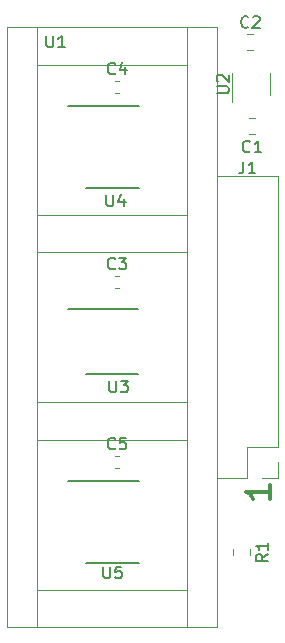
<source format=gbr>
G04 #@! TF.GenerationSoftware,KiCad,Pcbnew,(5.0.0)*
G04 #@! TF.CreationDate,2018-08-25T11:54:27+02:00*
G04 #@! TF.ProjectId,c64board,633634626F6172642E6B696361645F70,rev?*
G04 #@! TF.SameCoordinates,Original*
G04 #@! TF.FileFunction,Legend,Top*
G04 #@! TF.FilePolarity,Positive*
%FSLAX46Y46*%
G04 Gerber Fmt 4.6, Leading zero omitted, Abs format (unit mm)*
G04 Created by KiCad (PCBNEW (5.0.0)) date 08/25/18 11:54:27*
%MOMM*%
%LPD*%
G01*
G04 APERTURE LIST*
%ADD10C,0.300000*%
%ADD11C,0.120000*%
%ADD12C,0.150000*%
%ADD13C,0.100000*%
G04 APERTURE END LIST*
D10*
X155590761Y-93408571D02*
X155590761Y-94551428D01*
X155590761Y-93980000D02*
X153590761Y-93980000D01*
X153876476Y-94170476D01*
X154066952Y-94360952D01*
X154162190Y-94551428D01*
D11*
G04 #@! TO.C,R1*
X153872000Y-98789748D02*
X153872000Y-99312252D01*
X152452000Y-98789748D02*
X152452000Y-99312252D01*
G04 #@! TO.C,J1*
X156270000Y-67250000D02*
X151070000Y-67250000D01*
X156270000Y-90170000D02*
X156270000Y-67250000D01*
X151070000Y-92770000D02*
X151070000Y-67250000D01*
X156270000Y-90170000D02*
X153670000Y-90170000D01*
X153670000Y-90170000D02*
X153670000Y-92770000D01*
X153670000Y-92770000D02*
X151070000Y-92770000D01*
X156270000Y-91440000D02*
X156270000Y-92770000D01*
X156270000Y-92770000D02*
X154940000Y-92770000D01*
D12*
G04 #@! TO.C,U5*
X138490000Y-93070000D02*
X144465000Y-93070000D01*
X140015000Y-99970000D02*
X144465000Y-99970000D01*
D13*
G04 #@! TO.C,U1*
X151130000Y-105410000D02*
X151130000Y-54610000D01*
X148590000Y-105410000D02*
X151130000Y-105410000D01*
X148590000Y-54610000D02*
X148590000Y-105410000D01*
X151130000Y-54610000D02*
X148590000Y-54610000D01*
X135890000Y-105410000D02*
X135890000Y-54610000D01*
X133350000Y-105410000D02*
X135890000Y-105410000D01*
X133350000Y-54610000D02*
X133350000Y-105410000D01*
X135890000Y-54610000D02*
X133350000Y-54610000D01*
X148590000Y-54610000D02*
X148590000Y-57785000D01*
X135890000Y-54610000D02*
X148590000Y-54610000D01*
X135890000Y-57785000D02*
X135890000Y-54610000D01*
X148590000Y-57785000D02*
X135890000Y-57785000D01*
X148590000Y-54610000D02*
X148590000Y-57785000D01*
X135890000Y-105410000D02*
X148590000Y-105410000D01*
X135890000Y-102235000D02*
X135890000Y-105410000D01*
X148590000Y-102235000D02*
X135890000Y-102235000D01*
X148590000Y-105410000D02*
X148590000Y-102235000D01*
X148590000Y-70485000D02*
X148590000Y-73660000D01*
X135890000Y-70485000D02*
X148590000Y-70485000D01*
X135890000Y-73660000D02*
X135890000Y-70485000D01*
X148590000Y-73660000D02*
X135890000Y-73660000D01*
X148590000Y-89535000D02*
X148590000Y-86360000D01*
X135890000Y-89535000D02*
X148590000Y-89535000D01*
X135890000Y-86360000D02*
X135890000Y-89535000D01*
X148590000Y-86360000D02*
X135890000Y-86360000D01*
D11*
G04 #@! TO.C,C1*
X153798748Y-62282000D02*
X154321252Y-62282000D01*
X153798748Y-63702000D02*
X154321252Y-63702000D01*
G04 #@! TO.C,C2*
X153662748Y-56590000D02*
X154185252Y-56590000D01*
X153662748Y-55170000D02*
X154185252Y-55170000D01*
G04 #@! TO.C,C3*
X142806267Y-76710000D02*
X142463733Y-76710000D01*
X142806267Y-75690000D02*
X142463733Y-75690000D01*
G04 #@! TO.C,C4*
X142806267Y-59180000D02*
X142463733Y-59180000D01*
X142806267Y-60200000D02*
X142463733Y-60200000D01*
G04 #@! TO.C,C5*
X142806267Y-91950000D02*
X142463733Y-91950000D01*
X142806267Y-90930000D02*
X142463733Y-90930000D01*
G04 #@! TO.C,U2*
X155600000Y-60336000D02*
X155600000Y-58536000D01*
X152380000Y-58536000D02*
X152380000Y-60986000D01*
D12*
G04 #@! TO.C,U3*
X140040000Y-84005000D02*
X144440000Y-84005000D01*
X138465000Y-78480000D02*
X144440000Y-78480000D01*
G04 #@! TO.C,U4*
X140015000Y-68220000D02*
X144465000Y-68220000D01*
X138490000Y-61320000D02*
X144465000Y-61320000D01*
G04 #@! TO.C,R1*
X155392380Y-99226666D02*
X154916190Y-99560000D01*
X155392380Y-99798095D02*
X154392380Y-99798095D01*
X154392380Y-99417142D01*
X154440000Y-99321904D01*
X154487619Y-99274285D01*
X154582857Y-99226666D01*
X154725714Y-99226666D01*
X154820952Y-99274285D01*
X154868571Y-99321904D01*
X154916190Y-99417142D01*
X154916190Y-99798095D01*
X155392380Y-98274285D02*
X155392380Y-98845714D01*
X155392380Y-98560000D02*
X154392380Y-98560000D01*
X154535238Y-98655238D01*
X154630476Y-98750476D01*
X154678095Y-98845714D01*
G04 #@! TO.C,J1*
X153336666Y-66000380D02*
X153336666Y-66714666D01*
X153289047Y-66857523D01*
X153193809Y-66952761D01*
X153050952Y-67000380D01*
X152955714Y-67000380D01*
X154336666Y-67000380D02*
X153765238Y-67000380D01*
X154050952Y-67000380D02*
X154050952Y-66000380D01*
X153955714Y-66143238D01*
X153860476Y-66238476D01*
X153765238Y-66286095D01*
G04 #@! TO.C,U5*
X141478095Y-100290380D02*
X141478095Y-101099904D01*
X141525714Y-101195142D01*
X141573333Y-101242761D01*
X141668571Y-101290380D01*
X141859047Y-101290380D01*
X141954285Y-101242761D01*
X142001904Y-101195142D01*
X142049523Y-101099904D01*
X142049523Y-100290380D01*
X143001904Y-100290380D02*
X142525714Y-100290380D01*
X142478095Y-100766571D01*
X142525714Y-100718952D01*
X142620952Y-100671333D01*
X142859047Y-100671333D01*
X142954285Y-100718952D01*
X143001904Y-100766571D01*
X143049523Y-100861809D01*
X143049523Y-101099904D01*
X143001904Y-101195142D01*
X142954285Y-101242761D01*
X142859047Y-101290380D01*
X142620952Y-101290380D01*
X142525714Y-101242761D01*
X142478095Y-101195142D01*
G04 #@! TO.C,U1*
X136652095Y-55332380D02*
X136652095Y-56141904D01*
X136699714Y-56237142D01*
X136747333Y-56284761D01*
X136842571Y-56332380D01*
X137033047Y-56332380D01*
X137128285Y-56284761D01*
X137175904Y-56237142D01*
X137223523Y-56141904D01*
X137223523Y-55332380D01*
X138223523Y-56332380D02*
X137652095Y-56332380D01*
X137937809Y-56332380D02*
X137937809Y-55332380D01*
X137842571Y-55475238D01*
X137747333Y-55570476D01*
X137652095Y-55618095D01*
G04 #@! TO.C,C1*
X153893333Y-65127142D02*
X153845714Y-65174761D01*
X153702857Y-65222380D01*
X153607619Y-65222380D01*
X153464761Y-65174761D01*
X153369523Y-65079523D01*
X153321904Y-64984285D01*
X153274285Y-64793809D01*
X153274285Y-64650952D01*
X153321904Y-64460476D01*
X153369523Y-64365238D01*
X153464761Y-64270000D01*
X153607619Y-64222380D01*
X153702857Y-64222380D01*
X153845714Y-64270000D01*
X153893333Y-64317619D01*
X154845714Y-65222380D02*
X154274285Y-65222380D01*
X154560000Y-65222380D02*
X154560000Y-64222380D01*
X154464761Y-64365238D01*
X154369523Y-64460476D01*
X154274285Y-64508095D01*
G04 #@! TO.C,C2*
X153757333Y-54587142D02*
X153709714Y-54634761D01*
X153566857Y-54682380D01*
X153471619Y-54682380D01*
X153328761Y-54634761D01*
X153233523Y-54539523D01*
X153185904Y-54444285D01*
X153138285Y-54253809D01*
X153138285Y-54110952D01*
X153185904Y-53920476D01*
X153233523Y-53825238D01*
X153328761Y-53730000D01*
X153471619Y-53682380D01*
X153566857Y-53682380D01*
X153709714Y-53730000D01*
X153757333Y-53777619D01*
X154138285Y-53777619D02*
X154185904Y-53730000D01*
X154281142Y-53682380D01*
X154519238Y-53682380D01*
X154614476Y-53730000D01*
X154662095Y-53777619D01*
X154709714Y-53872857D01*
X154709714Y-53968095D01*
X154662095Y-54110952D01*
X154090666Y-54682380D01*
X154709714Y-54682380D01*
G04 #@! TO.C,C3*
X142468333Y-75033142D02*
X142420714Y-75080761D01*
X142277857Y-75128380D01*
X142182619Y-75128380D01*
X142039761Y-75080761D01*
X141944523Y-74985523D01*
X141896904Y-74890285D01*
X141849285Y-74699809D01*
X141849285Y-74556952D01*
X141896904Y-74366476D01*
X141944523Y-74271238D01*
X142039761Y-74176000D01*
X142182619Y-74128380D01*
X142277857Y-74128380D01*
X142420714Y-74176000D01*
X142468333Y-74223619D01*
X142801666Y-74128380D02*
X143420714Y-74128380D01*
X143087380Y-74509333D01*
X143230238Y-74509333D01*
X143325476Y-74556952D01*
X143373095Y-74604571D01*
X143420714Y-74699809D01*
X143420714Y-74937904D01*
X143373095Y-75033142D01*
X143325476Y-75080761D01*
X143230238Y-75128380D01*
X142944523Y-75128380D01*
X142849285Y-75080761D01*
X142801666Y-75033142D01*
G04 #@! TO.C,C4*
X142468333Y-58523142D02*
X142420714Y-58570761D01*
X142277857Y-58618380D01*
X142182619Y-58618380D01*
X142039761Y-58570761D01*
X141944523Y-58475523D01*
X141896904Y-58380285D01*
X141849285Y-58189809D01*
X141849285Y-58046952D01*
X141896904Y-57856476D01*
X141944523Y-57761238D01*
X142039761Y-57666000D01*
X142182619Y-57618380D01*
X142277857Y-57618380D01*
X142420714Y-57666000D01*
X142468333Y-57713619D01*
X143325476Y-57951714D02*
X143325476Y-58618380D01*
X143087380Y-57570761D02*
X142849285Y-58285047D01*
X143468333Y-58285047D01*
G04 #@! TO.C,C5*
X142468333Y-90273142D02*
X142420714Y-90320761D01*
X142277857Y-90368380D01*
X142182619Y-90368380D01*
X142039761Y-90320761D01*
X141944523Y-90225523D01*
X141896904Y-90130285D01*
X141849285Y-89939809D01*
X141849285Y-89796952D01*
X141896904Y-89606476D01*
X141944523Y-89511238D01*
X142039761Y-89416000D01*
X142182619Y-89368380D01*
X142277857Y-89368380D01*
X142420714Y-89416000D01*
X142468333Y-89463619D01*
X143373095Y-89368380D02*
X142896904Y-89368380D01*
X142849285Y-89844571D01*
X142896904Y-89796952D01*
X142992142Y-89749333D01*
X143230238Y-89749333D01*
X143325476Y-89796952D01*
X143373095Y-89844571D01*
X143420714Y-89939809D01*
X143420714Y-90177904D01*
X143373095Y-90273142D01*
X143325476Y-90320761D01*
X143230238Y-90368380D01*
X142992142Y-90368380D01*
X142896904Y-90320761D01*
X142849285Y-90273142D01*
G04 #@! TO.C,U2*
X151090380Y-60197904D02*
X151899904Y-60197904D01*
X151995142Y-60150285D01*
X152042761Y-60102666D01*
X152090380Y-60007428D01*
X152090380Y-59816952D01*
X152042761Y-59721714D01*
X151995142Y-59674095D01*
X151899904Y-59626476D01*
X151090380Y-59626476D01*
X151185619Y-59197904D02*
X151138000Y-59150285D01*
X151090380Y-59055047D01*
X151090380Y-58816952D01*
X151138000Y-58721714D01*
X151185619Y-58674095D01*
X151280857Y-58626476D01*
X151376095Y-58626476D01*
X151518952Y-58674095D01*
X152090380Y-59245523D01*
X152090380Y-58626476D01*
G04 #@! TO.C,U3*
X141986095Y-84542380D02*
X141986095Y-85351904D01*
X142033714Y-85447142D01*
X142081333Y-85494761D01*
X142176571Y-85542380D01*
X142367047Y-85542380D01*
X142462285Y-85494761D01*
X142509904Y-85447142D01*
X142557523Y-85351904D01*
X142557523Y-84542380D01*
X142938476Y-84542380D02*
X143557523Y-84542380D01*
X143224190Y-84923333D01*
X143367047Y-84923333D01*
X143462285Y-84970952D01*
X143509904Y-85018571D01*
X143557523Y-85113809D01*
X143557523Y-85351904D01*
X143509904Y-85447142D01*
X143462285Y-85494761D01*
X143367047Y-85542380D01*
X143081333Y-85542380D01*
X142986095Y-85494761D01*
X142938476Y-85447142D01*
G04 #@! TO.C,U4*
X141732095Y-68794380D02*
X141732095Y-69603904D01*
X141779714Y-69699142D01*
X141827333Y-69746761D01*
X141922571Y-69794380D01*
X142113047Y-69794380D01*
X142208285Y-69746761D01*
X142255904Y-69699142D01*
X142303523Y-69603904D01*
X142303523Y-68794380D01*
X143208285Y-69127714D02*
X143208285Y-69794380D01*
X142970190Y-68746761D02*
X142732095Y-69461047D01*
X143351142Y-69461047D01*
G04 #@! TD*
M02*

</source>
